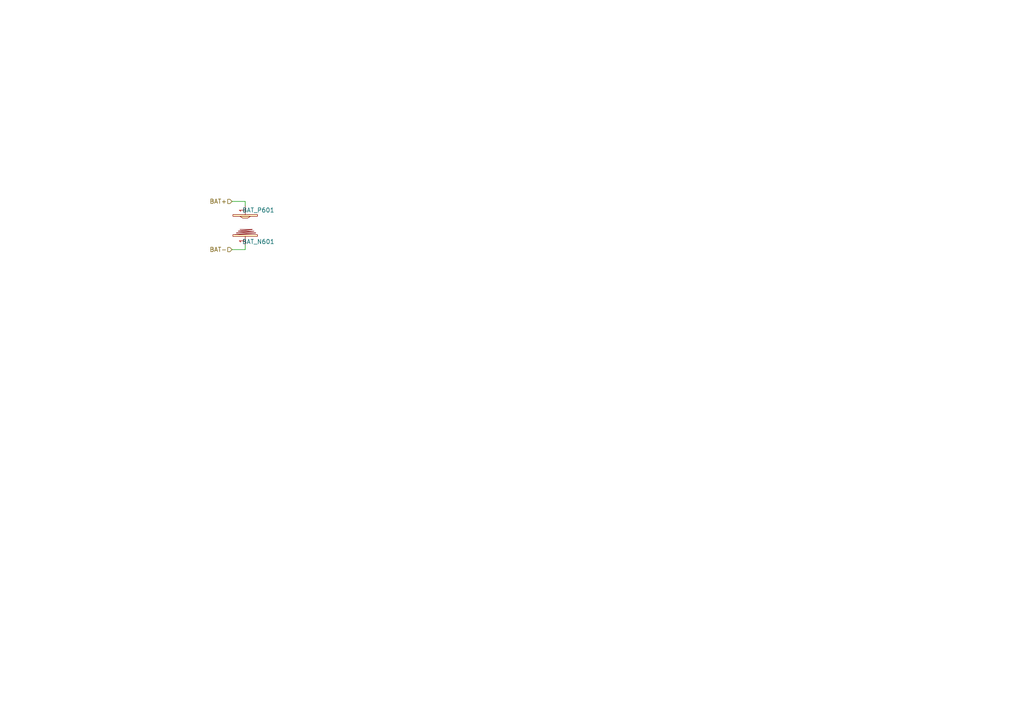
<source format=kicad_sch>
(kicad_sch (version 20250114) (generator "eeschema") (generator_version "9.0")
  (paper "A4")
  (lib_symbols
    (symbol "MY-18650-04-J_1"
      (property "Reference" "BAT_P1" (at 2.54 1.27 0))
      (symbol "MY-18650-04-J_1_1_1"
        (polyline (pts (xy -1.524 -0.508) (xy 1.524 -0.508)))
        (polyline (pts (xy 3.556 0) (xy 3.556 -0.508) (xy 1.524 -0.508) (xy 0.762 -1.016) (xy -0.762 -1.016) (xy -1.524 -0.508) (xy -3.556 -0.508) (xy -3.556 0) (xy 3.556 0)) (fill (type color) (color 255 255 194 1)))
        (pin unspecified line (at 0 2.54 270) (length 2.54) (name "") (number "1"))
      )
    )
    (symbol "cacophony-library:MY-18650-05-J"
      (property "Reference" "BAT_N2" (at 2.54 -1.27 0))
      (symbol "MY-18650-05-J_1_1"
        (rectangle (start -3.556 0.508) (end 3.556 0) (fill (type color) (color 255 255 194 1)))
        (polyline (pts (xy -3.048 0.508) (xy 3.048 1.016)))
        (polyline (pts (xy -2.54 1.016) (xy 2.54 1.524)))
        (polyline (pts (xy -2.032 1.524) (xy 2.032 2.032)))
        (polyline (pts (xy 2.032 2.032) (xy -1.524 2.032)))
        (polyline (pts (xy 2.54 1.524) (xy -2.032 1.524)))
        (polyline (pts (xy 3.048 1.016) (xy -2.54 1.016)))
        (pin power_out line (at 0 -2.54 90) (length 2.54) (name "") (number "1"))
      )
    )
  )
  (wire (pts (xy 71.12 71.12) (xy 71.12 72.39)))
  (wire (pts (xy 67.31 72.39) (xy 71.12 72.39)))
  (wire (pts (xy 67.31 58.42) (xy 71.12 58.42)))
  (wire (pts (xy 71.12 59.69) (xy 71.12 58.42)))
  (hierarchical_label "BAT+" (shape input) (at 67.31 58.42 180))
  (hierarchical_label "BAT-" (shape input) (at 67.31 72.39 180))
  (symbol (lib_name "MY-18650-04-J_1") (lib_id "cacophony-library:MY-18650-04-J") (at 71.12 62.23 0) (unit 1)
    (property "Reference" "BAT_P601" (at 74.93 60.96 0))
    (property "Value" "MY-18650-04-J" (effects (hide yes)))
    (property "Footprint" "cacophony-library:BAT-TH_MY-18650-04-J" (effects (hide yes)))
    (property "LCSC Part" "C19184125" (effects (hide yes)))
    (instances (project "solar-ltc4015" (path "" (reference "BAT_P601") (unit 1)) (path "" (reference "BAT_P1901") (unit 1)) (path "" (reference "BAT_P1001") (unit 1)) (path "" (reference "BAT_P801") (unit 1)) (path "" (reference "BAT_P2201") (unit 1)) (path "" (reference "BAT_P1601") (unit 1)) (path "" (reference "BAT_P1201") (unit 1)) (path "" (reference "BAT_P2101") (unit 1)) (path "" (reference "BAT_P1401") (unit 1)) (path "" (reference "BAT_P1701") (unit 1)) (path "" (reference "BAT_P2001") (unit 1))))
  )
  (symbol (lib_id "cacophony-library:MY-18650-05-J") (at 71.12 68.58 0) (unit 1)
    (property "Reference" "BAT_N601" (at 74.93 70.104 0))
    (property "Value" "MY-18650-05-J" (effects (hide yes)))
    (property "Footprint" "cacophony-library:BAT-TH_MY-18650-05-J" (effects (hide yes)))
    (property "LCSC Part" "C19184124" (effects (hide yes)))
    (instances (project "solar-ltc4015" (path "" (reference "BAT_N601") (unit 1)) (path "" (reference "BAT_N1901") (unit 1)) (path "" (reference "BAT_N1001") (unit 1)) (path "" (reference "BAT_N801") (unit 1)) (path "" (reference "BAT_N2201") (unit 1)) (path "" (reference "BAT_N1601") (unit 1)) (path "" (reference "BAT_N1201") (unit 1)) (path "" (reference "BAT_N2101") (unit 1)) (path "" (reference "BAT_N1401") (unit 1)) (path "" (reference "BAT_N1701") (unit 1)) (path "" (reference "BAT_N2001") (unit 1))))
  )
)
</source>
